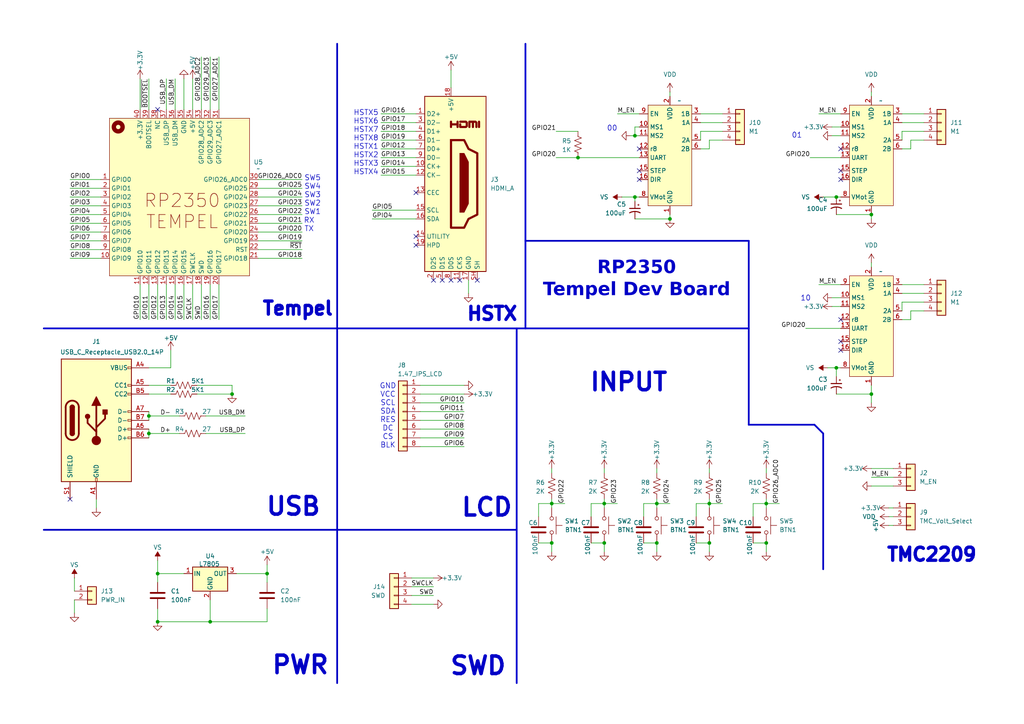
<source format=kicad_sch>
(kicad_sch (version 20231120) (generator "eeschema") (generator_version "8.0")
  (paper "A4")
  (title_block (title "RP2350 Dev Board V001") (date "2025-11-14") (rev "0.0.1"))
  (junction (at 205.74 157.48))
  (junction (at 45.72 180.34))
  (junction (at 222.25 157.48))
  (junction (at 242.57 57.15))
  (junction (at 252.73 62.23))
  (junction (at 190.5 146.05))
  (junction (at 222.25 146.05))
  (junction (at 242.57 106.68))
  (junction (at 45.72 166.37))
  (junction (at 43.18 120.65))
  (junction (at 194.31 63.5))
  (junction (at 77.47 166.37))
  (junction (at 160.02 146.05))
  (junction (at 252.73 114.3))
  (junction (at 184.15 57.15))
  (junction (at 184.15 39.37))
  (junction (at 205.74 146.05))
  (junction (at 160.02 157.48))
  (junction (at 67.31 114.3))
  (junction (at 60.96 180.34))
  (junction (at 175.26 146.05))
  (junction (at 167.64 45.72))
  (junction (at 190.5 157.48))
  (junction (at 175.26 157.48))
  (junction (at 43.18 125.73))
  (no_connect (at 185.42 52.07))
  (no_connect (at 125.73 81.28))
  (no_connect (at 133.35 81.28))
  (no_connect (at 185.42 49.53))
  (no_connect (at 130.81 81.28))
  (no_connect (at 45.72 31.75))
  (no_connect (at 128.27 81.28))
  (no_connect (at 243.84 52.07))
  (no_connect (at 120.65 71.12))
  (no_connect (at 120.65 55.88))
  (no_connect (at 138.43 81.28))
  (no_connect (at 20.32 144.78))
  (no_connect (at 185.42 43.18))
  (no_connect (at 243.84 49.53))
  (no_connect (at 243.84 99.06))
  (no_connect (at 120.65 68.58))
  (no_connect (at 243.84 43.18))
  (no_connect (at 243.84 92.71))
  (no_connect (at 243.84 101.6))
  (wire (pts (xy 261.62 85.09) (xy 267.97 85.09)))
  (wire (pts (xy 20.32 54.61) (xy 29.21 54.61)))
  (wire (pts (xy 261.62 82.55) (xy 267.97 82.55)))
  (wire (pts (xy 110.49 48.26) (xy 120.65 48.26)))
  (wire (pts (xy 74.93 57.15) (xy 87.63 57.15)))
  (wire (pts (xy 186.69 146.05) (xy 190.5 146.05)))
  (wire (pts (xy 74.93 52.07) (xy 87.63 52.07)))
  (wire (pts (xy 53.34 22.86) (xy 53.34 31.75)))
  (wire (pts (xy 261.62 35.56) (xy 267.97 35.56)))
  (polyline (pts (xy 97.79 12.7) (xy 97.79 95.25)) (stroke (width 0.508)))
  (wire (pts (xy 74.93 72.39) (xy 87.63 72.39)))
  (wire (pts (xy 107.95 63.5) (xy 120.65 63.5)))
  (wire (pts (xy 261.62 33.02) (xy 267.97 33.02)))
  (wire (pts (xy 175.26 146.05) (xy 179.07 146.05)))
  (polyline (pts (xy 236.22 123.19) (xy 238.76 125.73)) (stroke (width 0.508)))
  (wire (pts (xy 161.29 38.1) (xy 167.64 38.1)))
  (wire (pts (xy 171.45 157.48) (xy 175.26 157.48)))
  (wire (pts (xy 48.26 92.71) (xy 48.26 82.55)))
  (wire (pts (xy 43.18 124.46) (xy 43.18 125.73)))
  (wire (pts (xy 167.64 45.72) (xy 185.42 45.72)))
  (wire (pts (xy 234.95 45.72) (xy 243.84 45.72)))
  (wire (pts (xy 252.73 116.84) (xy 252.73 114.3)))
  (wire (pts (xy 45.72 180.34) (xy 60.96 180.34)))
  (wire (pts (xy 20.32 74.93) (xy 29.21 74.93)))
  (wire (pts (xy 74.93 59.69) (xy 87.63 59.69)))
  (wire (pts (xy 55.88 82.55) (xy 55.88 92.71)))
  (wire (pts (xy 184.15 57.15) (xy 184.15 58.42)))
  (wire (pts (xy 222.25 146.05) (xy 226.06 146.05)))
  (wire (pts (xy 184.15 36.83) (xy 184.15 39.37)))
  (wire (pts (xy 184.15 57.15) (xy 185.42 57.15)))
  (polyline (pts (xy 97.79 153.67) (xy 149.86 153.67)) (stroke (width 0.508)))
  (wire (pts (xy 261.62 90.17) (xy 261.62 87.63)))
  (wire (pts (xy 240.03 106.68) (xy 242.57 106.68)))
  (wire (pts (xy 252.73 26.67) (xy 252.73 27.94)))
  (wire (pts (xy 43.18 92.71) (xy 43.18 82.55)))
  (wire (pts (xy 77.47 166.37) (xy 68.58 166.37)))
  (wire (pts (xy 74.93 69.85) (xy 87.63 69.85)))
  (wire (pts (xy 241.3 88.9) (xy 243.84 88.9)))
  (wire (pts (xy 125.73 167.64) (xy 119.38 167.64)))
  (wire (pts (xy 27.94 144.78) (xy 27.94 147.32)))
  (wire (pts (xy 261.62 40.64) (xy 261.62 38.1)))
  (wire (pts (xy 242.57 114.3) (xy 252.73 114.3)))
  (wire (pts (xy 267.97 40.64) (xy 264.16 40.64)))
  (wire (pts (xy 242.57 62.23) (xy 252.73 62.23)))
  (wire (pts (xy 110.49 45.72) (xy 120.65 45.72)))
  (wire (pts (xy 222.25 146.05) (xy 222.25 147.32)))
  (wire (pts (xy 74.93 62.23) (xy 87.63 62.23)))
  (wire (pts (xy 74.93 67.31) (xy 87.63 67.31)))
  (wire (pts (xy 252.73 135.89) (xy 259.08 135.89)))
  (wire (pts (xy 185.42 36.83) (xy 184.15 36.83)))
  (wire (pts (xy 60.96 16.51) (xy 60.96 31.75)))
  (wire (pts (xy 201.93 149.86) (xy 201.93 146.05)))
  (wire (pts (xy 43.18 119.38) (xy 43.18 120.65)))
  (wire (pts (xy 205.74 144.78) (xy 205.74 146.05)))
  (wire (pts (xy 203.2 35.56) (xy 209.55 35.56)))
  (wire (pts (xy 171.45 149.86) (xy 171.45 146.05)))
  (wire (pts (xy 203.2 40.64) (xy 203.2 38.1)))
  (wire (pts (xy 121.92 121.92) (xy 134.62 121.92)))
  (wire (pts (xy 156.21 146.05) (xy 160.02 146.05)))
  (wire (pts (xy 20.32 69.85) (xy 29.21 69.85)))
  (wire (pts (xy 121.92 111.76) (xy 134.62 111.76)))
  (wire (pts (xy 74.93 64.77) (xy 87.63 64.77)))
  (polyline (pts (xy 12.7 95.25) (xy 217.17 95.25)) (stroke (width 0.508)))
  (wire (pts (xy 49.53 106.68) (xy 43.18 106.68)))
  (wire (pts (xy 242.57 106.68) (xy 243.84 106.68)))
  (polyline (pts (xy 152.4 12.7) (xy 152.4 69.85)) (stroke (width 0.508)))
  (wire (pts (xy 71.12 120.65) (xy 59.69 120.65)))
  (wire (pts (xy 120.65 38.1) (xy 110.49 38.1)))
  (wire (pts (xy 259.08 152.4) (xy 257.81 152.4)))
  (wire (pts (xy 160.02 135.89) (xy 160.02 137.16)))
  (wire (pts (xy 175.26 160.02) (xy 175.26 157.48)))
  (wire (pts (xy 63.5 16.51) (xy 63.5 31.75)))
  (wire (pts (xy 120.65 40.64) (xy 110.49 40.64)))
  (wire (pts (xy 222.25 160.02) (xy 222.25 157.48)))
  (wire (pts (xy 40.64 92.71) (xy 40.64 82.55)))
  (wire (pts (xy 77.47 168.91) (xy 77.47 166.37)))
  (wire (pts (xy 218.44 146.05) (xy 222.25 146.05)))
  (wire (pts (xy 50.8 22.86) (xy 50.8 31.75)))
  (wire (pts (xy 242.57 109.22) (xy 242.57 106.68)))
  (wire (pts (xy 160.02 146.05) (xy 163.83 146.05)))
  (wire (pts (xy 125.73 170.18) (xy 119.38 170.18)))
  (wire (pts (xy 121.92 114.3) (xy 134.62 114.3)))
  (wire (pts (xy 57.15 114.3) (xy 67.31 114.3)))
  (wire (pts (xy 222.25 144.78) (xy 222.25 146.05)))
  (wire (pts (xy 20.32 62.23) (xy 29.21 62.23)))
  (wire (pts (xy 58.42 82.55) (xy 58.42 92.71)))
  (wire (pts (xy 171.45 146.05) (xy 175.26 146.05)))
  (wire (pts (xy 252.73 63.5) (xy 252.73 62.23)))
  (wire (pts (xy 74.93 74.93) (xy 87.63 74.93)))
  (wire (pts (xy 48.26 22.86) (xy 48.26 31.75)))
  (polyline (pts (xy 97.79 153.67) (xy 12.7 153.67)) (stroke (width 0.508)))
  (polyline (pts (xy 149.86 95.25) (xy 149.86 198.12)) (stroke (width 0.508)))
  (wire (pts (xy 45.72 166.37) (xy 53.34 166.37)))
  (wire (pts (xy 259.08 147.32) (xy 257.81 147.32)))
  (wire (pts (xy 237.49 82.55) (xy 243.84 82.55)))
  (wire (pts (xy 49.53 101.6) (xy 49.53 106.68)))
  (wire (pts (xy 252.73 114.3) (xy 252.73 111.76)))
  (wire (pts (xy 252.73 140.97) (xy 259.08 140.97)))
  (wire (pts (xy 20.32 72.39) (xy 29.21 72.39)))
  (wire (pts (xy 238.76 57.15) (xy 242.57 57.15)))
  (wire (pts (xy 261.62 43.18) (xy 264.16 43.18)))
  (wire (pts (xy 205.74 135.89) (xy 205.74 137.16)))
  (wire (pts (xy 110.49 33.02) (xy 120.65 33.02)))
  (wire (pts (xy 43.18 125.73) (xy 43.18 127)))
  (wire (pts (xy 60.96 173.99) (xy 60.96 180.34)))
  (wire (pts (xy 43.18 125.73) (xy 52.07 125.73)))
  (wire (pts (xy 160.02 144.78) (xy 160.02 146.05)))
  (wire (pts (xy 57.15 111.76) (xy 67.31 111.76)))
  (wire (pts (xy 203.2 33.02) (xy 209.55 33.02)))
  (wire (pts (xy 203.2 38.1) (xy 209.55 38.1)))
  (wire (pts (xy 121.92 127) (xy 134.62 127)))
  (wire (pts (xy 45.72 92.71) (xy 45.72 82.55)))
  (wire (pts (xy 261.62 38.1) (xy 267.97 38.1)))
  (wire (pts (xy 20.32 67.31) (xy 29.21 67.31)))
  (wire (pts (xy 45.72 162.56) (xy 45.72 166.37)))
  (wire (pts (xy 201.93 146.05) (xy 205.74 146.05)))
  (wire (pts (xy 21.59 177.8) (xy 21.59 173.99)))
  (wire (pts (xy 130.81 20.32) (xy 130.81 25.4)))
  (wire (pts (xy 121.92 119.38) (xy 134.62 119.38)))
  (wire (pts (xy 20.32 59.69) (xy 29.21 59.69)))
  (wire (pts (xy 20.32 64.77) (xy 29.21 64.77)))
  (wire (pts (xy 209.55 40.64) (xy 205.74 40.64)))
  (wire (pts (xy 194.31 63.5) (xy 194.31 62.23)))
  (wire (pts (xy 237.49 33.02) (xy 243.84 33.02)))
  (wire (pts (xy 50.8 92.71) (xy 50.8 82.55)))
  (wire (pts (xy 243.84 36.83) (xy 241.3 36.83)))
  (wire (pts (xy 186.69 149.86) (xy 186.69 146.05)))
  (wire (pts (xy 43.18 120.65) (xy 43.18 121.92)))
  (wire (pts (xy 241.3 39.37) (xy 243.84 39.37)))
  (wire (pts (xy 20.32 52.07) (xy 29.21 52.07)))
  (polyline (pts (xy 97.79 198.12) (xy 97.79 95.25)) (stroke (width 0.508)))
  (wire (pts (xy 205.74 146.05) (xy 209.55 146.05)))
  (wire (pts (xy 21.59 167.64) (xy 21.59 171.45)))
  (polyline (pts (xy 217.17 69.85) (xy 152.4 69.85)) (stroke (width 0.508)))
  (wire (pts (xy 20.32 57.15) (xy 29.21 57.15)))
  (wire (pts (xy 264.16 90.17) (xy 264.16 92.71)))
  (wire (pts (xy 267.97 90.17) (xy 264.16 90.17)))
  (wire (pts (xy 125.73 175.26) (xy 119.38 175.26)))
  (wire (pts (xy 121.92 124.46) (xy 134.62 124.46)))
  (wire (pts (xy 175.26 146.05) (xy 175.26 147.32)))
  (wire (pts (xy 110.49 50.8) (xy 120.65 50.8)))
  (wire (pts (xy 77.47 163.83) (xy 77.47 166.37)))
  (wire (pts (xy 175.26 135.89) (xy 175.26 137.16)))
  (wire (pts (xy 182.88 39.37) (xy 184.15 39.37)))
  (wire (pts (xy 67.31 111.76) (xy 67.31 114.3)))
  (wire (pts (xy 186.69 157.48) (xy 190.5 157.48)))
  (wire (pts (xy 261.62 92.71) (xy 264.16 92.71)))
  (wire (pts (xy 55.88 22.86) (xy 55.88 31.75)))
  (wire (pts (xy 203.2 43.18) (xy 205.74 43.18)))
  (wire (pts (xy 45.72 168.91) (xy 45.72 166.37)))
  (wire (pts (xy 160.02 160.02) (xy 160.02 157.48)))
  (wire (pts (xy 121.92 116.84) (xy 134.62 116.84)))
  (wire (pts (xy 160.02 146.05) (xy 160.02 147.32)))
  (wire (pts (xy 252.73 138.43) (xy 259.08 138.43)))
  (wire (pts (xy 175.26 144.78) (xy 175.26 146.05)))
  (wire (pts (xy 43.18 120.65) (xy 52.07 120.65)))
  (wire (pts (xy 201.93 157.48) (xy 205.74 157.48)))
  (wire (pts (xy 205.74 40.64) (xy 205.74 43.18)))
  (wire (pts (xy 53.34 92.71) (xy 53.34 82.55)))
  (wire (pts (xy 43.18 114.3) (xy 49.53 114.3)))
  (polyline (pts (xy 217.17 95.25) (xy 217.17 69.85)) (stroke (width 0.508)))
  (wire (pts (xy 190.5 144.78) (xy 190.5 146.05)))
  (wire (pts (xy 58.42 16.51) (xy 58.42 31.75)))
  (wire (pts (xy 205.74 160.02) (xy 205.74 157.48)))
  (wire (pts (xy 120.65 35.56) (xy 110.49 35.56)))
  (wire (pts (xy 261.62 87.63) (xy 267.97 87.63)))
  (wire (pts (xy 205.74 146.05) (xy 205.74 147.32)))
  (wire (pts (xy 222.25 135.89) (xy 222.25 137.16)))
  (wire (pts (xy 180.34 57.15) (xy 184.15 57.15)))
  (wire (pts (xy 49.53 111.76) (xy 43.18 111.76)))
  (wire (pts (xy 121.92 129.54) (xy 134.62 129.54)))
  (wire (pts (xy 190.5 146.05) (xy 194.31 146.05)))
  (wire (pts (xy 125.73 172.72) (xy 119.38 172.72)))
  (wire (pts (xy 190.5 146.05) (xy 190.5 147.32)))
  (wire (pts (xy 184.15 63.5) (xy 194.31 63.5)))
  (polyline (pts (xy 238.76 125.73) (xy 238.76 165.1)) (stroke (width 0.508)))
  (polyline (pts (xy 217.17 123.19) (xy 236.22 123.19)) (stroke (width 0.508)))
  (wire (pts (xy 218.44 149.86) (xy 218.44 146.05)))
  (wire (pts (xy 161.29 45.72) (xy 167.64 45.72)))
  (wire (pts (xy 252.73 76.2) (xy 252.73 77.47)))
  (wire (pts (xy 60.96 180.34) (xy 77.47 180.34)))
  (wire (pts (xy 135.89 85.09) (xy 135.89 81.28)))
  (wire (pts (xy 43.18 22.86) (xy 43.18 31.75)))
  (wire (pts (xy 179.07 33.02) (xy 185.42 33.02)))
  (polyline (pts (xy 152.4 69.85) (xy 152.4 95.25)) (stroke (width 0.508)))
  (wire (pts (xy 156.21 157.48) (xy 160.02 157.48)))
  (wire (pts (xy 45.72 176.53) (xy 45.72 180.34)))
  (wire (pts (xy 107.95 60.96) (xy 120.65 60.96)))
  (wire (pts (xy 194.31 26.67) (xy 194.31 27.94)))
  (wire (pts (xy 218.44 157.48) (xy 222.25 157.48)))
  (wire (pts (xy 110.49 43.18) (xy 120.65 43.18)))
  (wire (pts (xy 60.96 92.71) (xy 60.96 82.55)))
  (wire (pts (xy 63.5 82.55) (xy 63.5 92.71)))
  (wire (pts (xy 184.15 39.37) (xy 185.42 39.37)))
  (wire (pts (xy 74.93 54.61) (xy 87.63 54.61)))
  (polyline (pts (xy 217.17 95.25) (xy 217.17 123.19)) (stroke (width 0.508)))
  (wire (pts (xy 190.5 135.89) (xy 190.5 137.16)))
  (wire (pts (xy 40.64 22.86) (xy 40.64 31.75)))
  (wire (pts (xy 71.12 125.73) (xy 59.69 125.73)))
  (wire (pts (xy 242.57 57.15) (xy 243.84 57.15)))
  (wire (pts (xy 77.47 176.53) (xy 77.47 180.34)))
  (wire (pts (xy 156.21 149.86) (xy 156.21 146.05)))
  (wire (pts (xy 233.68 95.25) (xy 243.84 95.25)))
  (wire (pts (xy 264.16 40.64) (xy 264.16 43.18)))
  (wire (pts (xy 259.08 149.86) (xy 257.81 149.86)))
  (wire (pts (xy 190.5 160.02) (xy 190.5 157.48)))
  (wire (pts (xy 241.3 86.36) (xy 243.84 86.36)))
  (text "INPUT" (at 182.372 110.998 0) (effects (font (size 5.08 5.08) (thickness 1.016) (bold yes))))
  (text "SWD" (at 138.684 193.294 0) (effects (font (size 5.08 5.08) (thickness 1.016) (bold yes))))
  (text "USB" (at 85.09 147.066 0) (effects (font (size 5.08 5.08) (thickness 1.016) (bold yes))))
  (text "HSTX" (at 142.748 91.186 0) (effects (font (size 3.81 3.81) (thickness 1.016) (bold yes))))
  (text "PWR" (at 87.122 193.04 0) (effects (font (size 5.08 5.08) (thickness 1.016) (bold yes))))
  (text "Tempel" (at 86.36 89.662 0) (effects (font (size 3.81 3.81) (thickness 1.016) (bold yes))))
  (text "RP2350\nTempel Dev Board" (at 184.658 82.042 0) (effects (font (size 3.81 3.81) (thickness 0.762) (bold yes))))
  (text "01" (at 231.14 39.37 0) (effects (font (size 1.524 1.524))))
  (text "RX\nTX" (at 89.662 65.278 0) (effects (font (size 1.524 1.524))))
  (text "TMC2209" (at 270.256 161.036 0) (effects (font (size 3.81 3.81) (thickness 1.016) (bold yes))))
  (text "GND\nVCC\nSCL\nSDA\nRES\nDC\nCS\nBLK" (at 112.522 120.65 0) (effects (font (size 1.524 1.524))))
  (text "10" (at 233.68 86.614 0) (effects (font (size 1.524 1.524))))
  (text "SW5\nSW4\nSW3\nSW2\nSW1" (at 90.678 56.642 0) (effects (font (size 1.524 1.524))))
  (text "HSTX5\nHSTX6\nHSTX7\nHSTX8\nHSTX1\nHSTX2\nHSTX3\nHSTX4" (at 106.172 41.402 0) (effects (font (size 1.524 1.524))))
  (text "LCD" (at 141.224 147.32 0) (effects (font (size 5.08 5.08) (thickness 1.016) (bold yes))))
  (text "00" (at 177.546 37.338 0) (effects (font (size 1.524 1.524))))
  (label "GPIO11" (at 43.18 92.71 90))
  (label "GPIO16" (at 110.49 33.02 0))
  (label "GPIO9" (at 20.32 74.93 0))
  (label "GPIO21" (at 87.63 64.77 180))
  (label "GPIO10" (at 134.62 116.84 180))
  (label "GPIO16" (at 60.96 92.71 90))
  (label "GPIO22" (at 163.83 146.05 90))
  (label "GPIO12" (at 110.49 43.18 0))
  (label "M_EN" (at 237.49 33.02 0))
  (label "GPIO5" (at 20.32 64.77 0))
  (label "GPIO20" (at 161.29 45.72 180))
  (label "GPIO18" (at 110.49 38.1 0))
  (label "GPIO24" (at 87.63 57.15 180))
  (label "M_EN" (at 252.73 138.43 0))
  (label "GPIO15" (at 110.49 50.8 0))
  (label "GPIO19" (at 110.49 40.64 0))
  (label "GPIO11" (at 134.62 119.38 180))
  (label "GPIO8" (at 134.62 124.46 180))
  (label "GPIO28_ADC2" (at 58.42 16.51 270))
  (label "GPIO25" (at 209.55 146.05 90))
  (label "GPIO5" (at 107.95 60.96 0))
  (label "GPIO3" (at 20.32 59.69 0))
  (label "SWD" (at 58.42 92.71 90))
  (label "GPIO24" (at 194.31 146.05 90))
  (label "GPIO27_ADC1" (at 63.5 16.51 270))
  (label "GPIO18" (at 87.63 74.93 180))
  (label "GPIO20" (at 87.63 67.31 180))
  (label "GPIO13" (at 48.26 92.71 90))
  (label "GPIO10" (at 40.64 92.71 90))
  (label "USB_DM" (at 50.8 22.86 270))
  (label "GPIO20" (at 233.68 95.25 180))
  (label "M_EN" (at 179.07 33.02 0))
  (label "GPIO0" (at 20.32 52.07 0))
  (label "USB_DM" (at 71.12 120.65 180))
  (label "~{BOOTSEL}" (at 43.18 22.86 270))
  (label "~{RST}" (at 87.63 72.39 180))
  (label "GPIO9" (at 134.62 127 180))
  (label "SWCLK" (at 55.88 92.71 90))
  (label "GPIO23" (at 179.07 146.05 90))
  (label "SWCLK" (at 125.73 170.18 180))
  (label "USB_DP" (at 71.12 125.73 180))
  (label "USB_DP" (at 48.26 22.86 270))
  (label "GPIO17" (at 110.49 35.56 0))
  (label "GPIO1" (at 20.32 54.61 0))
  (label "GPIO7" (at 134.62 121.92 180))
  (label "GPIO25" (at 87.63 54.61 180))
  (label "GPIO8" (at 20.32 72.39 0))
  (label "D-" (at 49.53 120.65 180))
  (label "GPIO2" (at 20.32 57.15 0))
  (label "GPIO26_ADC0" (at 87.63 52.07 180))
  (label "GPIO13" (at 110.49 45.72 0))
  (label "GPIO12" (at 45.72 92.71 90))
  (label "GPIO26_ADC0" (at 226.06 146.05 90))
  (label "GPIO14" (at 110.49 48.26 0))
  (label "GPIO4" (at 107.95 63.5 0))
  (label "D+" (at 49.53 125.73 180))
  (label "GPIO7" (at 20.32 69.85 0))
  (label "GPIO20" (at 234.95 45.72 180))
  (label "GPIO15" (at 53.34 92.71 90))
  (label "GPIO6" (at 134.62 129.54 180))
  (label "GPIO22" (at 87.63 62.23 180))
  (label "M_EN" (at 237.49 82.55 0))
  (label "GPIO4" (at 20.32 62.23 0))
  (label "GPIO29_ADC3" (at 60.96 16.51 270))
  (label "GPIO19" (at 87.63 69.85 180))
  (label "GPIO23" (at 87.63 59.69 180))
  (label "SWD" (at 125.73 172.72 180))
  (label "GPIO21" (at 161.29 38.1 180))
  (label "GPIO17" (at 63.5 92.71 90))
  (label "GPIO14" (at 50.8 92.71 90))
  (label "GPIO6" (at 20.32 67.31 0))
  (symbol (lib_id "power:+3.3V") (at 190.5 135.89 0) (mirror y) (unit 1)
    (property "Reference" "#PWR039" (effects (hide yes)))
    (property "Value" "+3.3V" (at 190.5 130.556 90))
  )
  (symbol (lib_id "power:GND") (at 160.02 160.02 0) (unit 1)
    (property "Reference" "#PWR035" (effects (hide yes)))
    (property "Value" "GND" (effects (hide yes)))
  )
  (symbol (lib_id "Switch:SW_Push") (at 222.25 152.4 270) (unit 1)
    (property "Reference" "SW5" (at 226.06 151.1299 90) (effects (justify left)))
    (property "Value" "BTN1" (at 226.06 153.6699 90) (effects (justify left)))
    (property "Footprint" "Button_Switch_SMD:SW_Push_1P1T_NO_6x6mm_H9.5mm" (effects (hide yes)))
    (property "Description" "Push button switch, generic, two pins" (effects (hide yes)))
  )
  (symbol (lib_id "Connector_Generic:Conn_01x03") (at 264.16 138.43 0) (unit 1)
    (property "Reference" "J2" (at 266.7 137.1599 0) (effects (justify left)))
    (property "Value" "M_EN" (at 266.7 139.6999 0) (effects (justify left)))
    (property "Footprint" "Connector_Hirose:Hirose_DF13-03P-1.25DSA_1x03_P1.25mm_Vertical" (effects (hide yes)))
    (property "Description" "Generic connector, single row, 01x03, script generated (kicad-library-utils/schlib/autogen/connector/)" (effects (hide yes)))
  )
  (symbol (lib_id "power:GND") (at 125.73 175.26 90) (unit 1)
    (property "Reference" "#PWR046" (effects (hide yes)))
    (property "Value" "GND" (effects (hide yes)))
  )
  (symbol (lib_id "Device:R_US") (at 53.34 114.3 90) (unit 1)
    (property "Reference" "R2" (at 49.53 113.03 90))
    (property "Value" "5K1" (at 57.404 113.03 90))
    (property "Footprint" "Resistor_SMD:R_0805_2012Metric_Pad1.20x1.40mm_HandSolder" (effects (hide yes)))
    (property "Description" "Resistor, US symbol" (effects (hide yes)))
  )
  (symbol (lib_id "Device:C") (at 45.72 172.72 0) (unit 1)
    (property "Reference" "C1" (at 49.53 171.4499 0) (effects (justify left)))
    (property "Value" "100nF" (at 49.53 173.9899 0) (effects (justify left)))
    (property "Footprint" "Capacitor_SMD:C_0805_2012Metric_Pad1.18x1.45mm_HandSolder" (effects (hide yes)))
    (property "Description" "Unpolarized capacitor" (effects (hide yes)))
  )
  (symbol (lib_id "Device:R_US") (at 167.64 41.91 180) (unit 1)
    (property "Reference" "R5" (at 164.338 40.894 0))
    (property "Value" "1K" (at 164.338 43.434 0))
    (property "Footprint" "Resistor_SMD:R_0805_2012Metric_Pad1.20x1.40mm_HandSolder" (effects (hide yes)))
    (property "Description" "Resistor, US symbol" (effects (hide yes)))
  )
  (symbol (lib_id "power:+5V") (at 77.47 163.83 0) (unit 1)
    (property "Reference" "#PWR033" (effects (hide yes)))
    (property "Value" "+5V" (at 77.47 160.02 0))
  )
  (symbol (lib_id "Device:R_US") (at 55.88 120.65 90) (unit 1)
    (property "Reference" "R3" (at 52.07 119.38 90))
    (property "Value" "27" (at 59.944 119.38 90))
    (property "Footprint" "Resistor_SMD:R_0805_2012Metric_Pad1.20x1.40mm_HandSolder" (effects (hide yes)))
    (property "Description" "Resistor, US symbol" (effects (hide yes)))
  )
  (symbol (lib_id "power:GND") (at 194.31 63.5 0) (mirror y) (unit 1)
    (property "Reference" "#PWR04" (effects (hide yes)))
    (property "Value" "GND" (effects (hide yes)))
  )
  (symbol (lib_id "Connector_Generic:Conn_01x04") (at 214.63 35.56 0) (unit 1)
    (property "Reference" "J10" (at 217.17 35.5599 0) (effects (justify left)))
    (property "Value" "M1" (at 217.17 38.0999 0) (effects (justify left)))
    (property "Footprint" "Connector_Hirose:Hirose_DF13-04P-1.25DSA_1x04_P1.25mm_Vertical" (effects (hide yes)))
    (property "Description" "Generic connector, single row, 01x04, script generated (kicad-library-utils/schlib/autogen/connector/)" (effects (hide yes)))
  )
  (symbol (lib_id "power:+3.3V") (at 241.3 88.9 90) (mirror x) (unit 1)
    (property "Reference" "#PWR034" (effects (hide yes)))
    (property "Value" "+3.3V" (at 235.966 88.9 90))
  )
  (symbol (lib_id "power:GND") (at 67.31 114.3 0) (unit 1)
    (property "Reference" "#PWR02" (effects (hide yes)))
    (property "Value" "GND" (effects (hide yes)))
  )
  (symbol (lib_id "Switch:SW_Push") (at 190.5 152.4 270) (unit 1)
    (property "Reference" "SW3" (at 194.31 151.1299 90) (effects (justify left)))
    (property "Value" "BTN1" (at 194.31 153.6699 90) (effects (justify left)))
    (property "Footprint" "Button_Switch_SMD:SW_Push_1P1T_NO_6x6mm_H9.5mm" (effects (hide yes)))
    (property "Description" "Push button switch, generic, two pins" (effects (hide yes)))
  )
  (symbol (lib_id "power:+5V") (at 55.88 22.86 0) (unit 1)
    (property "Reference" "#PWR023" (effects (hide yes)))
    (property "Value" "+5V" (at 55.88 18.288 90))
  )
  (symbol (lib_id "power:GND") (at 134.62 111.76 90) (mirror x) (unit 1)
    (property "Reference" "#PWR09" (effects (hide yes)))
    (property "Value" "GND" (effects (hide yes)))
  )
  (symbol (lib_id "power:+3.3V") (at 205.74 135.89 0) (mirror y) (unit 1)
    (property "Reference" "#PWR040" (effects (hide yes)))
    (property "Value" "+3.3V" (at 205.74 130.556 90))
  )
  (symbol (lib_id "Device:C") (at 171.45 153.67 0) (mirror y) (unit 1)
    (property "Reference" "C7" (at 171.196 151.638 0) (effects (justify left)))
    (property "Value" "100nF" (at 170.434 161.036 90) (effects (justify left)))
    (property "Footprint" "Capacitor_SMD:C_0805_2012Metric_Pad1.18x1.45mm_HandSolder" (effects (hide yes)))
    (property "Description" "Unpolarized capacitor" (effects (hide yes)))
  )
  (symbol (lib_id "power:VDD") (at 257.81 149.86 90) (unit 1)
    (property "Reference" "#PWR06" (effects (hide yes)))
    (property "Value" "VDD" (at 254 149.8599 90) (effects (justify left)))
    (property "Description" "Power symbol creates a global label with name \"VDD\"" (effects (hide yes)))
  )
  (symbol (lib_id "power:GND") (at 175.26 160.02 0) (unit 1)
    (property "Reference" "#PWR038" (effects (hide yes)))
    (property "Value" "GND" (effects (hide yes)))
  )
  (symbol (lib_id "Switch:SW_Push") (at 160.02 152.4 270) (unit 1)
    (property "Reference" "SW1" (at 163.83 151.1299 90) (effects (justify left)))
    (property "Value" "BTN1" (at 163.83 153.6699 90) (effects (justify left)))
    (property "Footprint" "Button_Switch_SMD:SW_Push_1P1T_NO_6x6mm_H9.5mm" (effects (hide yes)))
    (property "Description" "Push button switch, generic, two pins" (effects (hide yes)))
  )
  (symbol (lib_id "rp2350-tempel-lib:rp2350_tempel") (at 31.75 38.1 0) (unit 1)
    (property "Reference" "U5" (at 74.93 47.0214 0))
    (property "Value" "~" (at 74.93 48.9265 0))
    (property "Footprint" "rp2350-tempel-lib:RP2350_Tempel_Footprint" (effects (hide yes)))
  )
  (symbol (lib_id "Device:C") (at 218.44 153.67 0) (mirror y) (unit 1)
    (property "Reference" "C10" (at 218.186 151.638 0) (effects (justify left)))
    (property "Value" "100nF" (at 217.424 161.036 90) (effects (justify left)))
    (property "Footprint" "Capacitor_SMD:C_0805_2012Metric_Pad1.18x1.45mm_HandSolder" (effects (hide yes)))
    (property "Description" "Unpolarized capacitor" (effects (hide yes)))
  )
  (symbol (lib_id "Device:R_US") (at 205.74 140.97 180) (unit 1)
    (property "Reference" "R9" (at 202.438 139.954 0))
    (property "Value" "2K" (at 202.438 142.494 0))
    (property "Footprint" "Resistor_SMD:R_0805_2012Metric_Pad1.20x1.40mm_HandSolder" (effects (hide yes)))
    (property "Description" "Resistor, US symbol" (effects (hide yes)))
  )
  (symbol (lib_id "Connector_Generic:Conn_01x04") (at 114.3 170.18 0) (mirror y) (unit 1)
    (property "Reference" "J14" (at 111.76 170.1799 0) (effects (justify left)))
    (property "Value" "SWD" (at 111.76 172.7199 0) (effects (justify left)))
    (property "Footprint" "Connector_Hirose:Hirose_DF13-04P-1.25DSA_1x04_P1.25mm_Vertical" (effects (hide yes)))
    (property "Description" "Generic connector, single row, 01x04, script generated (kicad-library-utils/schlib/autogen/connector/)" (effects (hide yes)))
  )
  (symbol (lib_id "power:VS") (at 238.76 57.15 90) (unit 1)
    (property "Reference" "#PWR020" (effects (hide yes)))
    (property "Value" "VS" (at 234.95 57.1499 90) (effects (justify left)))
    (property "Description" "Power symbol creates a global label with name \"VS\"" (effects (hide yes)))
  )
  (symbol (lib_id "power:GND") (at 241.3 39.37 270) (mirror x) (unit 1)
    (property "Reference" "#PWR015" (effects (hide yes)))
    (property "Value" "GND" (effects (hide yes)))
  )
  (symbol (lib_id "Device:R_US") (at 55.88 125.73 90) (unit 1)
    (property "Reference" "R4" (at 52.07 124.46 90))
    (property "Value" "27" (at 59.944 124.46 90))
    (property "Footprint" "Resistor_SMD:R_0805_2012Metric_Pad1.20x1.40mm_HandSolder" (effects (hide yes)))
    (property "Description" "Resistor, US symbol" (effects (hide yes)))
  )
  (symbol (lib_id "Device:C") (at 156.21 153.67 0) (mirror y) (unit 1)
    (property "Reference" "C6" (at 155.956 151.638 0) (effects (justify left)))
    (property "Value" "100nF" (at 155.194 161.036 90) (effects (justify left)))
    (property "Footprint" "Capacitor_SMD:C_0805_2012Metric_Pad1.18x1.45mm_HandSolder" (effects (hide yes)))
    (property "Description" "Unpolarized capacitor" (effects (hide yes)))
  )
  (symbol (lib_id "power:+3.3V") (at 134.62 114.3 270) (unit 1)
    (property "Reference" "#PWR010" (effects (hide yes)))
    (property "Value" "+3.3V" (at 139.954 114.3 90))
  )
  (symbol (lib_id "Connector_Generic:Conn_01x08") (at 116.84 119.38 0) (mirror y) (unit 1)
    (property "Reference" "J8" (at 115.316 105.918 0) (effects (justify right)))
    (property "Value" "1.47_IPS_LCD" (at 115.316 108.458 0) (effects (justify right)))
    (property "Footprint" "Connector_PinHeader_2.54mm:PinHeader_1x08_P2.54mm_Vertical" (effects (hide yes)))
    (property "Description" "Generic connector, single row, 01x08, script generated (kicad-library-utils/schlib/autogen/connector/)" (effects (hide yes)))
  )
  (symbol (lib_id "power:GND") (at 21.59 177.8 0) (unit 1)
    (property "Reference" "#PWR030" (effects (hide yes)))
    (property "Value" "GND" (effects (hide yes)))
  )
  (symbol (lib_id "Device:C") (at 186.69 153.67 0) (mirror y) (unit 1)
    (property "Reference" "C8" (at 186.436 151.638 0) (effects (justify left)))
    (property "Value" "100nF" (at 185.674 161.036 90) (effects (justify left)))
    (property "Footprint" "Capacitor_SMD:C_0805_2012Metric_Pad1.18x1.45mm_HandSolder" (effects (hide yes)))
    (property "Description" "Unpolarized capacitor" (effects (hide yes)))
  )
  (symbol (lib_id "power:VDD") (at 252.73 26.67 0) (unit 1)
    (property "Reference" "#PWR014" (effects (hide yes)))
    (property "Value" "VDD" (at 252.73 21.59 0))
    (property "Description" "Power symbol creates a global label with name \"VDD\"" (effects (hide yes)))
  )
  (symbol (lib_id "Device:R_US") (at 160.02 140.97 180) (unit 1)
    (property "Reference" "R6" (at 156.718 139.954 0))
    (property "Value" "2K" (at 156.718 142.494 0))
    (property "Footprint" "Resistor_SMD:R_0805_2012Metric_Pad1.20x1.40mm_HandSolder" (effects (hide yes)))
    (property "Description" "Resistor, US symbol" (effects (hide yes)))
  )
  (symbol (lib_id "Switch:SW_Push") (at 205.74 152.4 270) (unit 1)
    (property "Reference" "SW4" (at 209.55 151.1299 90) (effects (justify left)))
    (property "Value" "BTN1" (at 209.55 153.6699 90) (effects (justify left)))
    (property "Footprint" "Button_Switch_SMD:SW_Push_1P1T_NO_6x6mm_H9.5mm" (effects (hide yes)))
    (property "Description" "Push button switch, generic, two pins" (effects (hide yes)))
  )
  (symbol (lib_id "power:VS") (at 45.72 162.56 0) (unit 1)
    (property "Reference" "#PWR029" (effects (hide yes)))
    (property "Value" "VS" (at 45.72 158.75 0))
    (property "Description" "Power symbol creates a global label with name \"VS\"" (effects (hide yes)))
  )
  (symbol (lib_id "power:+5V") (at 257.81 152.4 90) (unit 1)
    (property "Reference" "#PWR011" (effects (hide yes)))
    (property "Value" "+5V" (at 254 152.4 0))
  )
  (symbol (lib_id "Device:C") (at 77.47 172.72 0) (unit 1)
    (property "Reference" "C2" (at 81.28 171.4499 0) (effects (justify left)))
    (property "Value" "100nF" (at 81.28 173.9899 0) (effects (justify left)))
    (property "Footprint" "Capacitor_SMD:C_0805_2012Metric_Pad1.18x1.45mm_HandSolder" (effects (hide yes)))
    (property "Description" "Unpolarized capacitor" (effects (hide yes)))
  )
  (symbol (lib_id "Regulator_Linear:L7805") (at 60.96 166.37 0) (unit 1)
    (property "Reference" "U4" (at 60.96 161.29 0))
    (property "Value" "L7805" (at 60.706 163.576 0))
    (property "Footprint" "Package_TO_SOT_THT:TO-220-3_Horizontal_TabDown" (effects (hide yes)))
    (property "Datasheet" "http://www.st.com/content/ccc/resource/technical/document/datasheet/41/4f/b3/b0/12/d4/47/88/CD00000444.pdf/files/CD00000444.pdf/jcr:content/translations/en.CD00000444.pdf" (effects (hide yes)))
    (property "Description" "Positive 1.5A 35V Linear Regulator, Fixed Output 5V, TO-220/TO-263/TO-252" (effects (hide yes)))
  )
  (symbol (lib_id "power:+5V") (at 49.53 101.6 0) (unit 1)
    (property "Reference" "#PWR01" (effects (hide yes)))
    (property "Value" "+5V" (at 49.53 98.0242 0))
  )
  (symbol (lib_id "rp2350-tempel-lib:TMC2209_MKS_V2") (at 187.96 43.18 0) (unit 1)
    (property "Reference" "U1" (effects (hide yes)))
    (property "Value" "~" (at 196.5041 29.21 0) (effects (justify left)))
    (property "Footprint" "rp2350-tempel-lib:TMC2209_MKS_V2" (effects (hide yes)))
  )
  (symbol (lib_id "Connector:USB_C_Receptacle_USB2.0_14P") (at 27.94 121.92 0) (unit 1)
    (property "Reference" "J1" (at 27.94 99.06 0))
    (property "Value" "USB_C_Receptacle_USB2.0_14P" (at 32.512 102.108 0))
    (property "Footprint" "Connector_USB:USB_C_Receptacle_GCT_USB4110" (effects (hide yes)))
    (property "Datasheet" "https://www.usb.org/sites/default/files/documents/usb_type-c.zip" (effects (hide yes)))
    (property "Description" "USB 2.0-only 14P Type-C Receptacle connector" (effects (hide yes)))
  )
  (symbol (lib_id "power:VDD") (at 252.73 76.2 0) (unit 1)
    (property "Reference" "#PWR017" (effects (hide yes)))
    (property "Value" "VDD" (at 252.73 71.12 0))
    (property "Description" "Power symbol creates a global label with name \"VDD\"" (effects (hide yes)))
  )
  (symbol (lib_id "Connector_Generic:Conn_01x02") (at 26.67 171.45 0) (unit 1)
    (property "Reference" "J13" (at 29.21 171.4499 0) (effects (justify left)))
    (property "Value" "PWR_IN" (at 29.21 173.9899 0) (effects (justify left)))
    (property "Footprint" "Connector_Hirose:Hirose_DF13-02P-1.25DSA_1x02_P1.25mm_Vertical" (effects (hide yes)))
    (property "Description" "Generic connector, single row, 01x02, script generated (kicad-library-utils/schlib/autogen/connector/)" (effects (hide yes)))
  )
  (symbol (lib_id "Connector_Generic:Conn_01x04") (at 273.05 85.09 0) (unit 1)
    (property "Reference" "J12" (at 275.59 85.0899 0) (effects (justify left)))
    (property "Value" "M1" (at 275.59 87.6299 0) (effects (justify left)))
    (property "Footprint" "Connector_Hirose:Hirose_DF13-04P-1.25DSA_1x04_P1.25mm_Vertical" (effects (hide yes)))
    (property "Description" "Generic connector, single row, 01x04, script generated (kicad-library-utils/schlib/autogen/connector/)" (effects (hide yes)))
  )
  (symbol (lib_id "power:+3.3V") (at 160.02 135.89 0) (mirror y) (unit 1)
    (property "Reference" "#PWR036" (effects (hide yes)))
    (property "Value" "+3.3V" (at 160.02 130.556 90))
  )
  (symbol (lib_id "power:GND") (at 135.89 85.09 0) (mirror y) (unit 1)
    (property "Reference" "#PWR07" (effects (hide yes)))
    (property "Value" "GND" (effects (hide yes)))
  )
  (symbol (lib_id "power:GND") (at 27.94 147.32 0) (unit 1)
    (property "Reference" "#PWR03" (effects (hide yes)))
    (property "Value" "GND" (effects (hide yes)))
  )
  (symbol (lib_id "power:GND") (at 45.72 180.34 0) (unit 1)
    (property "Reference" "#PWR032" (effects (hide yes)))
    (property "Value" "GND" (effects (hide yes)))
  )
  (symbol (lib_id "Device:R_US") (at 53.34 111.76 90) (unit 1)
    (property "Reference" "R1" (at 49.53 110.49 90))
    (property "Value" "5K1" (at 57.404 110.49 90))
    (property "Footprint" "Resistor_SMD:R_0805_2012Metric_Pad1.20x1.40mm_HandSolder" (effects (hide yes)))
    (property "Description" "Resistor, US symbol" (effects (hide yes)))
  )
  (symbol (lib_id "power:+3.3V") (at 125.73 167.64 270) (mirror x) (unit 1)
    (property "Reference" "#PWR045" (effects (hide yes)))
    (property "Value" "+3.3V" (at 131.064 167.64 90))
  )
  (symbol (lib_id "power:GND") (at 205.74 160.02 0) (unit 1)
    (property "Reference" "#PWR042" (effects (hide yes)))
    (property "Value" "GND" (effects (hide yes)))
  )
  (symbol (lib_id "power:GND") (at 53.34 22.86 0) (mirror x) (unit 1)
    (property "Reference" "#PWR022" (effects (hide yes)))
    (property "Value" "GND" (effects (hide yes)))
  )
  (symbol (lib_id "power:+5V") (at 130.81 20.32 0) (unit 1)
    (property "Reference" "#PWR08" (effects (hide yes)))
    (property "Value" "+5V" (at 130.81 16.51 0))
  )
  (symbol (lib_id "Device:C_Polarized_Small_US") (at 242.57 59.69 0) (mirror y) (unit 1)
    (property "Reference" "C4" (at 240.03 57.9881 0) (effects (justify left)))
    (property "Value" "100uF" (at 240.03 60.5281 0) (effects (justify left)))
    (property "Footprint" "Capacitor_THT:CP_Radial_D6.3mm_P2.50mm" (effects (hide yes)))
    (property "Description" "Polarized capacitor, small US symbol" (effects (hide yes)))
  )
  (symbol (lib_name "TMC2209_MKS_V2_2") (lib_id "rp2350-tempel-lib:TMC2209_MKS_V2") (at 246.38 92.71 0) (unit 1)
    (property "Reference" "U3" (effects (hide yes)))
    (property "Value" "~" (at 254.9241 78.74 0) (effects (justify left)))
    (property "Footprint" "rp2350-tempel-lib:TMC2209_MKS_V2" (effects (hide yes)))
  )
  (symbol (lib_id "power:VS") (at 240.03 106.68 90) (unit 1)
    (property "Reference" "#PWR025" (effects (hide yes)))
    (property "Value" "VS" (at 236.22 106.6799 90) (effects (justify left)))
    (property "Description" "Power symbol creates a global label with name \"VS\"" (effects (hide yes)))
  )
  (symbol (lib_id "power:GND") (at 241.3 86.36 270) (mirror x) (unit 1)
    (property "Reference" "#PWR018" (effects (hide yes)))
    (property "Value" "GND" (effects (hide yes)))
  )
  (symbol (lib_id "Connector:HDMI_A") (at 130.81 53.34 0) (unit 1)
    (property "Reference" "J3" (at 142.24 52.0699 0) (effects (justify left)))
    (property "Value" "HDMI_A" (at 142.24 54.6099 0) (effects (justify left)))
    (property "Footprint" "Connector_Video:HDMI_A_Molex_208658-1001_Horizontal" (effects (hide yes)))
    (property "Datasheet" "https://en.wikipedia.org/wiki/HDMI" (effects (hide yes)))
    (property "Description" "HDMI type A connector" (effects (hide yes)))
  )
  (symbol (lib_id "Connector_Generic:Conn_01x04") (at 273.05 35.56 0) (unit 1)
    (property "Reference" "J11" (at 275.59 35.5599 0) (effects (justify left)))
    (property "Value" "M1" (at 275.59 38.0999 0) (effects (justify left)))
    (property "Footprint" "Connector_Hirose:Hirose_DF13-04P-1.25DSA_1x04_P1.25mm_Vertical" (effects (hide yes)))
    (property "Description" "Generic connector, single row, 01x04, script generated (kicad-library-utils/schlib/autogen/connector/)" (effects (hide yes)))
  )
  (symbol (lib_id "Device:C") (at 201.93 153.67 0) (mirror y) (unit 1)
    (property "Reference" "C9" (at 201.676 151.638 0) (effects (justify left)))
    (property "Value" "100nF" (at 200.914 161.036 90) (effects (justify left)))
    (property "Footprint" "Capacitor_SMD:C_0805_2012Metric_Pad1.18x1.45mm_HandSolder" (effects (hide yes)))
    (property "Description" "Unpolarized capacitor" (effects (hide yes)))
  )
  (symbol (lib_name "TMC2209_MKS_V2_1") (lib_id "rp2350-tempel-lib:TMC2209_MKS_V2") (at 246.38 43.18 0) (unit 1)
    (property "Reference" "U2" (effects (hide yes)))
    (property "Value" "~" (at 254.9241 29.21 0) (effects (justify left)))
    (property "Footprint" "rp2350-tempel-lib:TMC2209_MKS_V2" (effects (hide yes)))
  )
  (symbol (lib_id "power:GND") (at 222.25 160.02 0) (unit 1)
    (property "Reference" "#PWR044" (effects (hide yes)))
    (property "Value" "GND" (effects (hide yes)))
  )
  (symbol (lib_id "power:+3.3V") (at 257.81 147.32 90) (mirror x) (unit 1)
    (property "Reference" "#PWR012" (effects (hide yes)))
    (property "Value" "+3.3V" (at 252.476 147.32 90))
  )
  (symbol (lib_id "power:GND") (at 252.73 116.84 0) (mirror y) (unit 1)
    (property "Reference" "#PWR019" (effects (hide yes)))
    (property "Value" "GND" (effects (hide yes)))
  )
  (symbol (lib_id "Device:R_US") (at 222.25 140.97 180) (unit 1)
    (property "Reference" "R10" (at 218.948 139.954 0))
    (property "Value" "2K" (at 218.948 142.494 0))
    (property "Footprint" "Resistor_SMD:R_0805_2012Metric_Pad1.20x1.40mm_HandSolder" (effects (hide yes)))
    (property "Description" "Resistor, US symbol" (effects (hide yes)))
  )
  (symbol (lib_id "power:GND") (at 182.88 39.37 270) (mirror x) (unit 1)
    (property "Reference" "#PWR013" (effects (hide yes)))
    (property "Value" "GND" (effects (hide yes)))
  )
  (symbol (lib_id "Device:R_US") (at 190.5 140.97 180) (unit 1)
    (property "Reference" "R8" (at 187.198 139.954 0))
    (property "Value" "2K" (at 187.198 142.494 0))
    (property "Footprint" "Resistor_SMD:R_0805_2012Metric_Pad1.20x1.40mm_HandSolder" (effects (hide yes)))
    (property "Description" "Resistor, US symbol" (effects (hide yes)))
  )
  (symbol (lib_id "power:+3.3V") (at 241.3 36.83 90) (mirror x) (unit 1)
    (property "Reference" "#PWR026" (effects (hide yes)))
    (property "Value" "+3.3V" (at 235.966 36.83 90))
  )
  (symbol (lib_id "power:+3.3V") (at 175.26 135.89 0) (mirror y) (unit 1)
    (property "Reference" "#PWR037" (effects (hide yes)))
    (property "Value" "+3.3V" (at 175.26 130.556 90))
  )
  (symbol (lib_id "power:VDD") (at 194.31 26.67 0) (unit 1)
    (property "Reference" "#PWR05" (effects (hide yes)))
    (property "Value" "VDD" (at 194.31 21.59 0))
    (property "Description" "Power symbol creates a global label with name \"VDD\"" (effects (hide yes)))
  )
  (symbol (lib_id "Device:R_US") (at 175.26 140.97 180) (unit 1)
    (property "Reference" "R7" (at 171.958 139.954 0))
    (property "Value" "2K" (at 171.958 142.494 0))
    (property "Footprint" "Resistor_SMD:R_0805_2012Metric_Pad1.20x1.40mm_HandSolder" (effects (hide yes)))
    (property "Description" "Resistor, US symbol" (effects (hide yes)))
  )
  (symbol (lib_id "Device:C_Polarized_Small_US") (at 184.15 60.96 0) (mirror y) (unit 1)
    (property "Reference" "C5" (at 181.61 59.2581 0) (effects (justify left)))
    (property "Value" "100uF" (at 181.61 61.7981 0) (effects (justify left)))
    (property "Footprint" "Capacitor_THT:CP_Radial_D6.3mm_P2.50mm" (effects (hide yes)))
    (property "Description" "Polarized capacitor, small US symbol" (effects (hide yes)))
  )
  (symbol (lib_id "Device:C_Polarized_Small_US") (at 242.57 111.76 0) (mirror y) (unit 1)
    (property "Reference" "C3" (at 240.03 110.0581 0) (effects (justify left)))
    (property "Value" "100uF" (at 240.03 112.5981 0) (effects (justify left)))
    (property "Footprint" "Capacitor_THT:CP_Radial_D6.3mm_P2.50mm" (effects (hide yes)))
    (property "Description" "Polarized capacitor, small US symbol" (effects (hide yes)))
  )
  (symbol (lib_id "power:GND") (at 252.73 63.5 0) (mirror y) (unit 1)
    (property "Reference" "#PWR016" (effects (hide yes)))
    (property "Value" "GND" (effects (hide yes)))
  )
  (symbol (lib_id "Switch:SW_Push") (at 175.26 152.4 270) (unit 1)
    (property "Reference" "SW2" (at 179.07 151.1299 90) (effects (justify left)))
    (property "Value" "BTN1" (at 179.07 153.6699 90) (effects (justify left)))
    (property "Footprint" "Button_Switch_SMD:SW_Push_1P1T_NO_6x6mm_H9.5mm" (effects (hide yes)))
    (property "Description" "Push button switch, generic, two pins" (effects (hide yes)))
  )
  (symbol (lib_id "Connector_Generic:Conn_01x03") (at 264.16 149.86 0) (unit 1)
    (property "Reference" "J9" (at 266.7 148.5899 0) (effects (justify left)))
    (property "Value" "TMC_Volt_Select" (at 266.7 151.1299 0) (effects (justify left)))
    (property "Footprint" "Connector_Hirose:Hirose_DF13-03P-1.25DSA_1x03_P1.25mm_Vertical" (effects (hide yes)))
    (property "Description" "Generic connector, single row, 01x03, script generated (kicad-library-utils/schlib/autogen/connector/)" (effects (hide yes)))
  )
  (symbol (lib_id "power:VS") (at 180.34 57.15 90) (unit 1)
    (property "Reference" "#PWR031" (effects (hide yes)))
    (property "Value" "VS" (at 176.53 57.1499 90) (effects (justify left)))
    (property "Description" "Power symbol creates a global label with name \"VS\"" (effects (hide yes)))
  )
  (symbol (lib_id "power:+3.3V") (at 252.73 135.89 90) (mirror x) (unit 1)
    (property "Reference" "#PWR028" (effects (hide yes)))
    (property "Value" "+3.3V" (at 247.396 135.89 90))
  )
  (symbol (lib_id "power:+3.3V") (at 40.64 22.86 0) (mirror y) (unit 1)
    (property "Reference" "#PWR021" (effects (hide yes)))
    (property "Value" "+3.3V" (at 40.64 17.526 90))
  )
  (symbol (lib_id "power:+3.3V") (at 222.25 135.89 0) (mirror y) (unit 1)
    (property "Reference" "#PWR043" (effects (hide yes)))
    (property "Value" "+3.3V" (at 222.25 130.556 90))
  )
  (symbol (lib_id "power:VS") (at 21.59 167.64 0) (unit 1)
    (property "Reference" "#PWR024" (effects (hide yes)))
    (property "Value" "VS" (at 21.59 163.83 0))
    (property "Description" "Power symbol creates a global label with name \"VS\"" (effects (hide yes)))
  )
  (symbol (lib_id "power:GND") (at 190.5 160.02 0) (unit 1)
    (property "Reference" "#PWR041" (effects (hide yes)))
    (property "Value" "GND" (effects (hide yes)))
  )
  (symbol (lib_id "power:GND") (at 252.73 140.97 270) (mirror x) (unit 1)
    (property "Reference" "#PWR027" (effects (hide yes)))
    (property "Value" "GND" (effects (hide yes)))
  )
)
</source>
